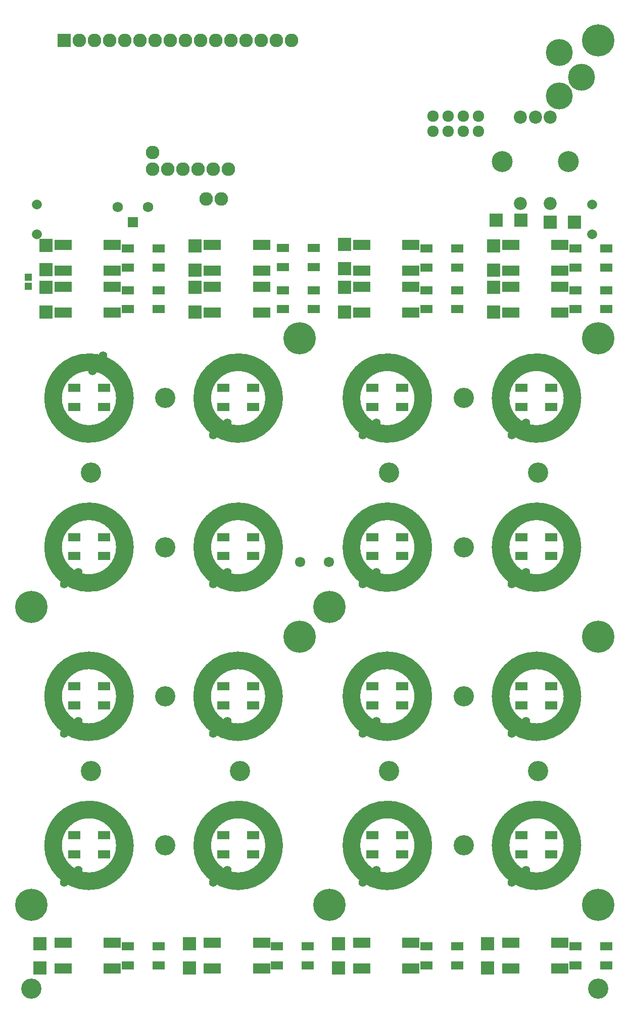
<source format=gts>
G04 #@! TF.FileFunction,Soldermask,Top*
%FSLAX46Y46*%
G04 Gerber Fmt 4.6, Leading zero omitted, Abs format (unit mm)*
G04 Created by KiCad (PCBNEW 4.0.4-stable) date 11/21/17 10:24:49*
%MOMM*%
%LPD*%
G01*
G04 APERTURE LIST*
%ADD10C,2.000000*%
%ADD11C,3.000000*%
%ADD12C,2.279600*%
%ADD13R,2.051000X1.400000*%
%ADD14R,2.940000X1.670000*%
%ADD15C,1.416000*%
%ADD16R,2.000000X1.400000*%
%ADD17R,2.279600X2.279600*%
%ADD18C,2.200000*%
%ADD19C,3.516000*%
%ADD20C,2.178000*%
%ADD21C,1.720800*%
%ADD22C,4.514800*%
%ADD23R,2.167840X2.198320*%
%ADD24R,2.198320X2.167840*%
%ADD25C,1.670000*%
%ADD26C,1.748740*%
%ADD27R,1.748740X1.748740*%
%ADD28R,1.289000X1.289000*%
%ADD29C,3.400000*%
%ADD30C,5.400000*%
%ADD31C,1.924000*%
G04 APERTURE END LIST*
D10*
D11*
X18224567Y-62500000D02*
G75*
G03X18224567Y-62500000I-6024567J0D01*
G01*
X18224567Y-62500000D02*
G75*
G03X18224567Y-62500000I-6024567J0D01*
G01*
X43224567Y-62500000D02*
G75*
G03X43224567Y-62500000I-6024567J0D01*
G01*
X43224567Y-62500000D02*
G75*
G03X43224567Y-62500000I-6024567J0D01*
G01*
X68224567Y-62500000D02*
G75*
G03X68224567Y-62500000I-6024567J0D01*
G01*
X68224567Y-62500000D02*
G75*
G03X68224567Y-62500000I-6024567J0D01*
G01*
X93224567Y-62500000D02*
G75*
G03X93224567Y-62500000I-6024567J0D01*
G01*
X93224567Y-62500000D02*
G75*
G03X93224567Y-62500000I-6024567J0D01*
G01*
X18224567Y-87500000D02*
G75*
G03X18224567Y-87500000I-6024567J0D01*
G01*
X18224567Y-87500000D02*
G75*
G03X18224567Y-87500000I-6024567J0D01*
G01*
X43224567Y-87500000D02*
G75*
G03X43224567Y-87500000I-6024567J0D01*
G01*
X43224567Y-87500000D02*
G75*
G03X43224567Y-87500000I-6024567J0D01*
G01*
X68224567Y-87500000D02*
G75*
G03X68224567Y-87500000I-6024567J0D01*
G01*
X68224567Y-87500000D02*
G75*
G03X68224567Y-87500000I-6024567J0D01*
G01*
X93224567Y-87500000D02*
G75*
G03X93224567Y-87500000I-6024567J0D01*
G01*
X93224567Y-87500000D02*
G75*
G03X93224567Y-87500000I-6024567J0D01*
G01*
X18224567Y-112500000D02*
G75*
G03X18224567Y-112500000I-6024567J0D01*
G01*
X18224567Y-112500000D02*
G75*
G03X18224567Y-112500000I-6024567J0D01*
G01*
X43201567Y-112500000D02*
G75*
G03X43201567Y-112500000I-6024567J0D01*
G01*
X43201567Y-112500000D02*
G75*
G03X43201567Y-112500000I-6024567J0D01*
G01*
X68224567Y-112500000D02*
G75*
G03X68224567Y-112500000I-6024567J0D01*
G01*
X68224567Y-112500000D02*
G75*
G03X68224567Y-112500000I-6024567J0D01*
G01*
X93224567Y-112500000D02*
G75*
G03X93224567Y-112500000I-6024567J0D01*
G01*
X93224567Y-112500000D02*
G75*
G03X93224567Y-112500000I-6024567J0D01*
G01*
X18224567Y-137500000D02*
G75*
G03X18224567Y-137500000I-6024567J0D01*
G01*
X18224567Y-137500000D02*
G75*
G03X18224567Y-137500000I-6024567J0D01*
G01*
X43224567Y-137500000D02*
G75*
G03X43224567Y-137500000I-6024567J0D01*
G01*
X43224567Y-137500000D02*
G75*
G03X43224567Y-137500000I-6024567J0D01*
G01*
X68224567Y-137500000D02*
G75*
G03X68224567Y-137500000I-6024567J0D01*
G01*
X68224567Y-137500000D02*
G75*
G03X68224567Y-137500000I-6024567J0D01*
G01*
X93224567Y-137500000D02*
G75*
G03X93224567Y-137500000I-6024567J0D01*
G01*
X93224567Y-137500000D02*
G75*
G03X93224567Y-137500000I-6024567J0D01*
G01*
D12*
X22860000Y-21280000D03*
D13*
X43723000Y-154400000D03*
X48877000Y-154400000D03*
X48877000Y-157600000D03*
X43723000Y-157600000D03*
D14*
X7872500Y-36841000D03*
X7872500Y-41159000D03*
X16127500Y-41159000D03*
X16127500Y-36841000D03*
D12*
X35560000Y-24130000D03*
X33020000Y-24130000D03*
X30480000Y-24130000D03*
X27940000Y-24130000D03*
X25400000Y-24130000D03*
X22860000Y-24130000D03*
D15*
X12800000Y-58010000D03*
X14570000Y-55390000D03*
D16*
X9700000Y-60800000D03*
X9700000Y-64000000D03*
X14700000Y-64000000D03*
X14700000Y-60800000D03*
D15*
X35400000Y-66650000D03*
X33050000Y-68750000D03*
D16*
X34700000Y-60800000D03*
X34700000Y-64000000D03*
X39700000Y-64000000D03*
X39700000Y-60800000D03*
D17*
X8000000Y-2500000D03*
D12*
X10540000Y-2500000D03*
X13080000Y-2500000D03*
X15620000Y-2500000D03*
X18160000Y-2500000D03*
X20700000Y-2500000D03*
X23240000Y-2500000D03*
X25780000Y-2500000D03*
X28320000Y-2500000D03*
X30860000Y-2500000D03*
X33400000Y-2500000D03*
X35940000Y-2500000D03*
X38480000Y-2500000D03*
X41020000Y-2500000D03*
X43560000Y-2500000D03*
X46100000Y-2500000D03*
D18*
X89495000Y-15360000D03*
X86995000Y-15360000D03*
X84495000Y-15360000D03*
D19*
X92545000Y-22860000D03*
X81445000Y-22860000D03*
D20*
X84495000Y-29860000D03*
X89495000Y-29860000D03*
D21*
X52413000Y-90000000D03*
X47587000Y-90000000D03*
D22*
X91000000Y-11877800D03*
X91025400Y-4557000D03*
X94761600Y-8700000D03*
D13*
X18723000Y-37400000D03*
X23877000Y-37400000D03*
X23877000Y-40600000D03*
X18723000Y-40600000D03*
X44723000Y-37300000D03*
X49877000Y-37300000D03*
X49877000Y-40500000D03*
X44723000Y-40500000D03*
X68723000Y-37400000D03*
X73877000Y-37400000D03*
X73877000Y-40600000D03*
X68723000Y-40600000D03*
X93723000Y-37400000D03*
X98877000Y-37400000D03*
X98877000Y-40600000D03*
X93723000Y-40600000D03*
X18723000Y-44400000D03*
X23877000Y-44400000D03*
X23877000Y-47600000D03*
X18723000Y-47600000D03*
X44723000Y-44400000D03*
X49877000Y-44400000D03*
X49877000Y-47600000D03*
X44723000Y-47600000D03*
X68723000Y-44400000D03*
X73877000Y-44400000D03*
X73877000Y-47600000D03*
X68723000Y-47600000D03*
X93723000Y-44400000D03*
X98877000Y-44400000D03*
X98877000Y-47600000D03*
X93723000Y-47600000D03*
X18723000Y-154400000D03*
X23877000Y-154400000D03*
X23877000Y-157600000D03*
X18723000Y-157600000D03*
X68723000Y-154400000D03*
X73877000Y-154400000D03*
X73877000Y-157600000D03*
X68723000Y-157600000D03*
X93723000Y-154400000D03*
X98877000Y-154400000D03*
X98877000Y-157600000D03*
X93723000Y-157600000D03*
D15*
X60400000Y-66650000D03*
X58050000Y-68750000D03*
D16*
X59700000Y-60800000D03*
X59700000Y-64000000D03*
X64700000Y-64000000D03*
X64700000Y-60800000D03*
D15*
X85400000Y-66650000D03*
X83050000Y-68750000D03*
D16*
X84700000Y-60800000D03*
X84700000Y-64000000D03*
X89700000Y-64000000D03*
X89700000Y-60800000D03*
D15*
X10400000Y-91650000D03*
X8050000Y-93750000D03*
D16*
X9700000Y-85800000D03*
X9700000Y-89000000D03*
X14700000Y-89000000D03*
X14700000Y-85800000D03*
D15*
X35400000Y-91650000D03*
X33050000Y-93750000D03*
D16*
X34700000Y-85800000D03*
X34700000Y-89000000D03*
X39700000Y-89000000D03*
X39700000Y-85800000D03*
D15*
X60400000Y-91650000D03*
X58050000Y-93750000D03*
D16*
X59700000Y-85800000D03*
X59700000Y-89000000D03*
X64700000Y-89000000D03*
X64700000Y-85800000D03*
D15*
X85400000Y-91650000D03*
X83050000Y-93750000D03*
D16*
X84700000Y-85800000D03*
X84700000Y-89000000D03*
X89700000Y-89000000D03*
X89700000Y-85800000D03*
D15*
X10400000Y-116650000D03*
X8050000Y-118750000D03*
D16*
X9700000Y-110800000D03*
X9700000Y-114000000D03*
X14700000Y-114000000D03*
X14700000Y-110800000D03*
D15*
X35377000Y-116650000D03*
X33027000Y-118750000D03*
D16*
X34677000Y-110800000D03*
X34677000Y-114000000D03*
X39677000Y-114000000D03*
X39677000Y-110800000D03*
D15*
X60400000Y-116650000D03*
X58050000Y-118750000D03*
D16*
X59700000Y-110800000D03*
X59700000Y-114000000D03*
X64700000Y-114000000D03*
X64700000Y-110800000D03*
D15*
X85400000Y-116650000D03*
X83050000Y-118750000D03*
D16*
X84700000Y-110800000D03*
X84700000Y-114000000D03*
X89700000Y-114000000D03*
X89700000Y-110800000D03*
D15*
X10400000Y-141650000D03*
X8050000Y-143750000D03*
D16*
X9700000Y-135800000D03*
X9700000Y-139000000D03*
X14700000Y-139000000D03*
X14700000Y-135800000D03*
D15*
X35400000Y-141650000D03*
X33050000Y-143750000D03*
D16*
X34700000Y-135800000D03*
X34700000Y-139000000D03*
X39700000Y-139000000D03*
X39700000Y-135800000D03*
D15*
X60400000Y-141650000D03*
X58050000Y-143750000D03*
D16*
X59700000Y-135800000D03*
X59700000Y-139000000D03*
X64700000Y-139000000D03*
X64700000Y-135800000D03*
D15*
X85400000Y-141650000D03*
X83050000Y-143750000D03*
D16*
X84700000Y-135800000D03*
X84700000Y-139000000D03*
X89700000Y-139000000D03*
X89700000Y-135800000D03*
D23*
X5000000Y-36860380D03*
X5000000Y-40939620D03*
X30000000Y-36960380D03*
X30000000Y-41039620D03*
X55000000Y-36749980D03*
X55000000Y-40829220D03*
X80000000Y-36960380D03*
X80000000Y-41039620D03*
D24*
X80460380Y-32700000D03*
X84539620Y-32700000D03*
D23*
X5000000Y-43960380D03*
X5000000Y-48039620D03*
X30000000Y-43960380D03*
X30000000Y-48039620D03*
X55000000Y-43960380D03*
X55000000Y-48039620D03*
X80000000Y-43960380D03*
X80000000Y-48039620D03*
X4000000Y-158039620D03*
X4000000Y-153960380D03*
X29000000Y-158039620D03*
X29000000Y-153960380D03*
X54000000Y-158039620D03*
X54000000Y-153960380D03*
X79000000Y-158039620D03*
X79000000Y-153960380D03*
D24*
X89460380Y-33000000D03*
X93539620Y-33000000D03*
D25*
X3500000Y-30000640D03*
X3500000Y-34999360D03*
X96500000Y-34999360D03*
X96500000Y-30000640D03*
D26*
X17000000Y-30499980D03*
X22080000Y-30499980D03*
D27*
X19540000Y-32996800D03*
D28*
X2000000Y-43762000D03*
X2000000Y-42238000D03*
D14*
X32872500Y-36841000D03*
X32872500Y-41159000D03*
X41127500Y-41159000D03*
X41127500Y-36841000D03*
X57872500Y-36841000D03*
X57872500Y-41159000D03*
X66127500Y-41159000D03*
X66127500Y-36841000D03*
X82872500Y-36841000D03*
X82872500Y-41159000D03*
X91127500Y-41159000D03*
X91127500Y-36841000D03*
X7872500Y-43841000D03*
X7872500Y-48159000D03*
X16127500Y-48159000D03*
X16127500Y-43841000D03*
X32872500Y-43841000D03*
X32872500Y-48159000D03*
X41127500Y-48159000D03*
X41127500Y-43841000D03*
X57872500Y-43841000D03*
X57872500Y-48159000D03*
X66127500Y-48159000D03*
X66127500Y-43841000D03*
X82872500Y-43841000D03*
X82872500Y-48159000D03*
X91127500Y-48159000D03*
X91127500Y-43841000D03*
X7872500Y-153841000D03*
X7872500Y-158159000D03*
X16127500Y-158159000D03*
X16127500Y-153841000D03*
X32872500Y-153841000D03*
X32872500Y-158159000D03*
X41127500Y-158159000D03*
X41127500Y-153841000D03*
X57872500Y-153841000D03*
X57872500Y-158159000D03*
X66127500Y-158159000D03*
X66127500Y-153841000D03*
X82872500Y-153841000D03*
X82872500Y-158159000D03*
X91127500Y-158159000D03*
X91127500Y-153841000D03*
D29*
X75000000Y-137500000D03*
X12500000Y-75000000D03*
X87500000Y-75000000D03*
X25000000Y-62500000D03*
X62500000Y-75000000D03*
X25000000Y-87500000D03*
X25000000Y-137500000D03*
X37500000Y-125000000D03*
X75000000Y-62500000D03*
X25000000Y-112500000D03*
X12500000Y-125000000D03*
X75000000Y-87500000D03*
D30*
X47500000Y-52500000D03*
X97500000Y-52500000D03*
X52500000Y-97500000D03*
X47500000Y-102500000D03*
X97500000Y-2500000D03*
X97500000Y-102500000D03*
X2500000Y-97500000D03*
X2500000Y-147500000D03*
X97500000Y-147500000D03*
D29*
X97500000Y-161500000D03*
X87500000Y-125000000D03*
X2500000Y-161500000D03*
X75000000Y-112500000D03*
X62500000Y-125000000D03*
D30*
X52500000Y-147500000D03*
D12*
X34340000Y-29100000D03*
X31800000Y-29100000D03*
D31*
X69850000Y-15240000D03*
X69850000Y-17780000D03*
X72390000Y-15240000D03*
X72390000Y-17780000D03*
X74930000Y-15240000D03*
X74930000Y-17780000D03*
X77470000Y-15240000D03*
X77470000Y-17780000D03*
M02*

</source>
